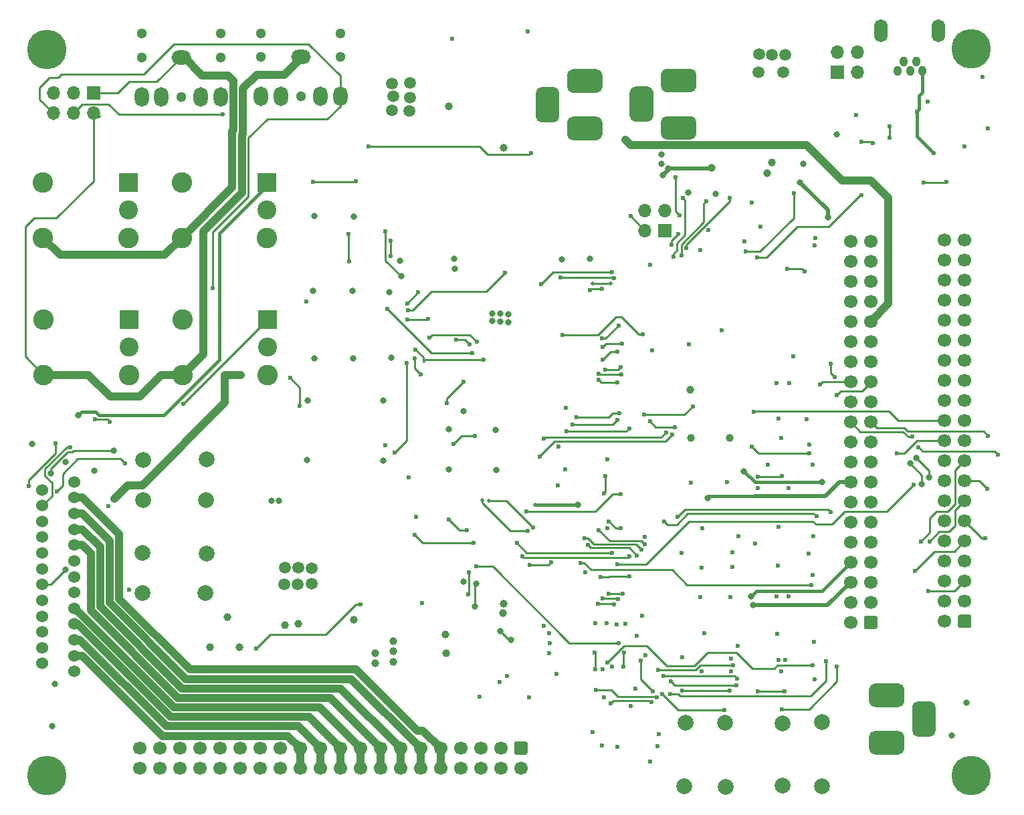
<source format=gbr>
G04 #@! TF.GenerationSoftware,KiCad,Pcbnew,5.1.7-a382d34a88~90~ubuntu20.04.1*
G04 #@! TF.CreationDate,2022-01-04T17:50:44-06:00*
G04 #@! TF.ProjectId,open-dash-daughterboard,6f70656e-2d64-4617-9368-2d6461756768,rev?*
G04 #@! TF.SameCoordinates,Original*
G04 #@! TF.FileFunction,Copper,L4,Bot*
G04 #@! TF.FilePolarity,Positive*
%FSLAX46Y46*%
G04 Gerber Fmt 4.6, Leading zero omitted, Abs format (unit mm)*
G04 Created by KiCad (PCBNEW 5.1.7-a382d34a88~90~ubuntu20.04.1) date 2022-01-04 17:50:44*
%MOMM*%
%LPD*%
G01*
G04 APERTURE LIST*
G04 #@! TA.AperFunction,ComponentPad*
%ADD10O,1.700000X1.700000*%
G04 #@! TD*
G04 #@! TA.AperFunction,ComponentPad*
%ADD11R,1.700000X1.700000*%
G04 #@! TD*
G04 #@! TA.AperFunction,ComponentPad*
%ADD12C,1.300000*%
G04 #@! TD*
G04 #@! TA.AperFunction,ComponentPad*
%ADD13O,2.500000X1.800000*%
G04 #@! TD*
G04 #@! TA.AperFunction,ComponentPad*
%ADD14O,1.800000X2.500000*%
G04 #@! TD*
G04 #@! TA.AperFunction,ComponentPad*
%ADD15O,1.000000X1.300000*%
G04 #@! TD*
G04 #@! TA.AperFunction,ComponentPad*
%ADD16O,1.700000X2.900000*%
G04 #@! TD*
G04 #@! TA.AperFunction,ComponentPad*
%ADD17C,2.400000*%
G04 #@! TD*
G04 #@! TA.AperFunction,ComponentPad*
%ADD18C,2.600000*%
G04 #@! TD*
G04 #@! TA.AperFunction,ComponentPad*
%ADD19R,2.400000X2.400000*%
G04 #@! TD*
G04 #@! TA.AperFunction,ComponentPad*
%ADD20C,1.524000*%
G04 #@! TD*
G04 #@! TA.AperFunction,ComponentPad*
%ADD21C,1.700000*%
G04 #@! TD*
G04 #@! TA.AperFunction,ComponentPad*
%ADD22C,5.000000*%
G04 #@! TD*
G04 #@! TA.AperFunction,ViaPad*
%ADD23C,2.000000*%
G04 #@! TD*
G04 #@! TA.AperFunction,ViaPad*
%ADD24C,1.000000*%
G04 #@! TD*
G04 #@! TA.AperFunction,ViaPad*
%ADD25C,0.800000*%
G04 #@! TD*
G04 #@! TA.AperFunction,ViaPad*
%ADD26C,0.600000*%
G04 #@! TD*
G04 #@! TA.AperFunction,ViaPad*
%ADD27C,1.500000*%
G04 #@! TD*
G04 #@! TA.AperFunction,ViaPad*
%ADD28C,0.500000*%
G04 #@! TD*
G04 #@! TA.AperFunction,Conductor*
%ADD29C,0.500000*%
G04 #@! TD*
G04 #@! TA.AperFunction,Conductor*
%ADD30C,0.250000*%
G04 #@! TD*
G04 #@! TA.AperFunction,Conductor*
%ADD31C,0.400000*%
G04 #@! TD*
G04 #@! TA.AperFunction,Conductor*
%ADD32C,1.000000*%
G04 #@! TD*
G04 APERTURE END LIST*
D10*
X194790000Y-45260000D03*
X194790000Y-47800000D03*
X192250000Y-45260000D03*
D11*
X192250000Y-47800000D03*
D12*
X129303800Y-42861300D03*
X119296200Y-42861300D03*
X119296200Y-45871200D03*
X129303800Y-45871200D03*
D13*
X124300000Y-45871200D03*
D12*
X124300000Y-50875000D03*
D14*
X129303800Y-50875000D03*
X119296200Y-50875000D03*
X121798100Y-50875000D03*
X126801900Y-50875000D03*
D10*
X92975000Y-52990000D03*
X92975000Y-50450000D03*
X95515000Y-52990000D03*
X95515000Y-50450000D03*
X98055000Y-52990000D03*
D11*
X98055000Y-50450000D03*
D15*
X199832400Y-47629600D03*
X203032800Y-47629600D03*
X202245400Y-46435800D03*
X200619800Y-46410400D03*
X201432600Y-47629600D03*
D16*
X197775000Y-42575000D03*
X205064800Y-42575000D03*
D12*
X114178800Y-42886300D03*
X104171200Y-42886300D03*
X104171200Y-45896200D03*
X114178800Y-45896200D03*
D13*
X109175000Y-45896200D03*
D12*
X109175000Y-50900000D03*
D14*
X114178800Y-50900000D03*
X104171200Y-50900000D03*
X106673100Y-50900000D03*
X111676900Y-50900000D03*
D17*
X102475001Y-65255001D03*
D18*
X102475001Y-68755001D03*
D19*
X102475001Y-61755001D03*
D18*
X91675001Y-68755001D03*
X91675001Y-61755001D03*
D20*
X91599500Y-116669600D03*
X91599500Y-114675700D03*
X91599500Y-106674700D03*
X91599500Y-120670100D03*
X91599500Y-110675200D03*
X91599500Y-118676200D03*
X91599500Y-108668600D03*
X91599500Y-112669100D03*
X91599500Y-100667600D03*
X91599500Y-122676700D03*
X91599500Y-102674200D03*
X91599500Y-104668100D03*
X95600000Y-105671400D03*
X95600000Y-103677500D03*
X95600000Y-99677000D03*
X95600000Y-101670900D03*
X95600000Y-107678000D03*
X95600000Y-113672400D03*
X95600000Y-111678500D03*
X95600000Y-109671900D03*
X95600000Y-115679000D03*
X95600000Y-117672900D03*
X95600000Y-119679500D03*
X95600000Y-121673400D03*
X95600000Y-123680000D03*
D17*
X102575001Y-82605001D03*
D18*
X102575001Y-86105001D03*
D19*
X102575001Y-79105001D03*
D18*
X91775001Y-86105001D03*
X91775001Y-79105001D03*
D21*
X205805000Y-69075000D03*
X205805000Y-71615000D03*
X205805000Y-74155000D03*
X205805000Y-76695000D03*
X205805000Y-79235000D03*
X205805000Y-81775000D03*
X205805000Y-84315000D03*
X205805000Y-86855000D03*
X205805000Y-89395000D03*
X205805000Y-91935000D03*
X205805000Y-94475000D03*
X205805000Y-97015000D03*
X205805000Y-99555000D03*
X205805000Y-102095000D03*
X205805000Y-104635000D03*
X205805000Y-107175000D03*
X205805000Y-109715000D03*
X205805000Y-112255000D03*
X205805000Y-114795000D03*
X205805000Y-117335000D03*
X208345000Y-69075000D03*
X208345000Y-71615000D03*
X208345000Y-74155000D03*
X208345000Y-76695000D03*
X208345000Y-79235000D03*
X208345000Y-81775000D03*
X208345000Y-84315000D03*
X208345000Y-86855000D03*
X208345000Y-89395000D03*
X208345000Y-91935000D03*
X208345000Y-94475000D03*
X208345000Y-97015000D03*
X208345000Y-99555000D03*
X208345000Y-102095000D03*
X208345000Y-104635000D03*
X208345000Y-107175000D03*
X208345000Y-109715000D03*
X208345000Y-112255000D03*
X208345000Y-114795000D03*
G04 #@! TA.AperFunction,ComponentPad*
G36*
G01*
X209195000Y-116735000D02*
X209195000Y-117935000D01*
G75*
G02*
X208945000Y-118185000I-250000J0D01*
G01*
X207745000Y-118185000D01*
G75*
G02*
X207495000Y-117935000I0J250000D01*
G01*
X207495000Y-116735000D01*
G75*
G02*
X207745000Y-116485000I250000J0D01*
G01*
X208945000Y-116485000D01*
G75*
G02*
X209195000Y-116735000I0J-250000D01*
G01*
G37*
G04 #@! TD.AperFunction*
X193900000Y-69205000D03*
X193900000Y-71745000D03*
X193900000Y-74285000D03*
X193900000Y-76825000D03*
X193900000Y-79365000D03*
X193900000Y-81905000D03*
X193900000Y-84445000D03*
X193900000Y-86985000D03*
X193900000Y-89525000D03*
X193900000Y-92065000D03*
X193900000Y-94605000D03*
X193900000Y-97145000D03*
X193900000Y-99685000D03*
X193900000Y-102225000D03*
X193900000Y-104765000D03*
X193900000Y-107305000D03*
X193900000Y-109845000D03*
X193900000Y-112385000D03*
X193900000Y-114925000D03*
X193900000Y-117465000D03*
X196440000Y-69205000D03*
X196440000Y-71745000D03*
X196440000Y-74285000D03*
X196440000Y-76825000D03*
X196440000Y-79365000D03*
X196440000Y-81905000D03*
X196440000Y-84445000D03*
X196440000Y-86985000D03*
X196440000Y-89525000D03*
X196440000Y-92065000D03*
X196440000Y-94605000D03*
X196440000Y-97145000D03*
X196440000Y-99685000D03*
X196440000Y-102225000D03*
X196440000Y-104765000D03*
X196440000Y-107305000D03*
X196440000Y-109845000D03*
X196440000Y-112385000D03*
X196440000Y-114925000D03*
G04 #@! TA.AperFunction,ComponentPad*
G36*
G01*
X197290000Y-116865000D02*
X197290000Y-118065000D01*
G75*
G02*
X197040000Y-118315000I-250000J0D01*
G01*
X195840000Y-118315000D01*
G75*
G02*
X195590000Y-118065000I0J250000D01*
G01*
X195590000Y-116865000D01*
G75*
G02*
X195840000Y-116615000I250000J0D01*
G01*
X197040000Y-116615000D01*
G75*
G02*
X197290000Y-116865000I0J-250000D01*
G01*
G37*
G04 #@! TD.AperFunction*
G04 #@! TA.AperFunction,ComponentPad*
G36*
G01*
X170640000Y-53340000D02*
X173640000Y-53340000D01*
G75*
G02*
X174390000Y-54090000I0J-750000D01*
G01*
X174390000Y-55590000D01*
G75*
G02*
X173640000Y-56340000I-750000J0D01*
G01*
X170640000Y-56340000D01*
G75*
G02*
X169890000Y-55590000I0J750000D01*
G01*
X169890000Y-54090000D01*
G75*
G02*
X170640000Y-53340000I750000J0D01*
G01*
G37*
G04 #@! TD.AperFunction*
G04 #@! TA.AperFunction,ComponentPad*
G36*
G01*
X170640000Y-47340000D02*
X173640000Y-47340000D01*
G75*
G02*
X174390000Y-48090000I0J-750000D01*
G01*
X174390000Y-49590000D01*
G75*
G02*
X173640000Y-50340000I-750000J0D01*
G01*
X170640000Y-50340000D01*
G75*
G02*
X169890000Y-49590000I0J750000D01*
G01*
X169890000Y-48090000D01*
G75*
G02*
X170640000Y-47340000I750000J0D01*
G01*
G37*
G04 #@! TD.AperFunction*
G04 #@! TA.AperFunction,ComponentPad*
G36*
G01*
X166690000Y-49590000D02*
X168190000Y-49590000D01*
G75*
G02*
X168940000Y-50340000I0J-750000D01*
G01*
X168940000Y-53340000D01*
G75*
G02*
X168190000Y-54090000I-750000J0D01*
G01*
X166690000Y-54090000D01*
G75*
G02*
X165940000Y-53340000I0J750000D01*
G01*
X165940000Y-50340000D01*
G75*
G02*
X166690000Y-49590000I750000J0D01*
G01*
G37*
G04 #@! TD.AperFunction*
X103900000Y-135920000D03*
X106440000Y-135920000D03*
X108980000Y-135920000D03*
X111520000Y-135920000D03*
X114060000Y-135920000D03*
X116600000Y-135920000D03*
X119140000Y-135920000D03*
X121680000Y-135920000D03*
X124220000Y-135920000D03*
X126760000Y-135920000D03*
X129300000Y-135920000D03*
X131840000Y-135920000D03*
X134380000Y-135920000D03*
X136920000Y-135920000D03*
X139460000Y-135920000D03*
X142000000Y-135920000D03*
X144540000Y-135920000D03*
X147080000Y-135920000D03*
X149620000Y-135920000D03*
X152160000Y-135920000D03*
X103900000Y-133380000D03*
X106440000Y-133380000D03*
X108980000Y-133380000D03*
X111520000Y-133380000D03*
X114060000Y-133380000D03*
X116600000Y-133380000D03*
X119140000Y-133380000D03*
X121680000Y-133380000D03*
X124220000Y-133380000D03*
X126760000Y-133380000D03*
X129300000Y-133380000D03*
X131840000Y-133380000D03*
X134380000Y-133380000D03*
X136920000Y-133380000D03*
X139460000Y-133380000D03*
X142000000Y-133380000D03*
X144540000Y-133380000D03*
X147080000Y-133380000D03*
X149620000Y-133380000D03*
G04 #@! TA.AperFunction,ComponentPad*
G36*
G01*
X151560000Y-132530000D02*
X152760000Y-132530000D01*
G75*
G02*
X153010000Y-132780000I0J-250000D01*
G01*
X153010000Y-133980000D01*
G75*
G02*
X152760000Y-134230000I-250000J0D01*
G01*
X151560000Y-134230000D01*
G75*
G02*
X151310000Y-133980000I0J250000D01*
G01*
X151310000Y-132780000D01*
G75*
G02*
X151560000Y-132530000I250000J0D01*
G01*
G37*
G04 #@! TD.AperFunction*
D22*
X209160000Y-44800000D03*
X209160000Y-136900000D03*
X92200000Y-44880000D03*
X92200000Y-136880000D03*
D18*
X109225001Y-61755001D03*
X109225001Y-68755001D03*
D19*
X120025001Y-61755001D03*
D18*
X120025001Y-68755001D03*
D17*
X120025001Y-65255001D03*
D10*
X167870000Y-65300000D03*
X170410000Y-65300000D03*
X167870000Y-67840000D03*
D11*
X170410000Y-67840000D03*
G04 #@! TA.AperFunction,ComponentPad*
G36*
G01*
X158750000Y-53410000D02*
X161750000Y-53410000D01*
G75*
G02*
X162500000Y-54160000I0J-750000D01*
G01*
X162500000Y-55660000D01*
G75*
G02*
X161750000Y-56410000I-750000J0D01*
G01*
X158750000Y-56410000D01*
G75*
G02*
X158000000Y-55660000I0J750000D01*
G01*
X158000000Y-54160000D01*
G75*
G02*
X158750000Y-53410000I750000J0D01*
G01*
G37*
G04 #@! TD.AperFunction*
G04 #@! TA.AperFunction,ComponentPad*
G36*
G01*
X158750000Y-47410000D02*
X161750000Y-47410000D01*
G75*
G02*
X162500000Y-48160000I0J-750000D01*
G01*
X162500000Y-49660000D01*
G75*
G02*
X161750000Y-50410000I-750000J0D01*
G01*
X158750000Y-50410000D01*
G75*
G02*
X158000000Y-49660000I0J750000D01*
G01*
X158000000Y-48160000D01*
G75*
G02*
X158750000Y-47410000I750000J0D01*
G01*
G37*
G04 #@! TD.AperFunction*
G04 #@! TA.AperFunction,ComponentPad*
G36*
G01*
X154800000Y-49660000D02*
X156300000Y-49660000D01*
G75*
G02*
X157050000Y-50410000I0J-750000D01*
G01*
X157050000Y-53410000D01*
G75*
G02*
X156300000Y-54160000I-750000J0D01*
G01*
X154800000Y-54160000D01*
G75*
G02*
X154050000Y-53410000I0J750000D01*
G01*
X154050000Y-50410000D01*
G75*
G02*
X154800000Y-49660000I750000J0D01*
G01*
G37*
G04 #@! TD.AperFunction*
G04 #@! TA.AperFunction,ComponentPad*
G36*
G01*
X199985000Y-128200000D02*
X196985000Y-128200000D01*
G75*
G02*
X196235000Y-127450000I0J750000D01*
G01*
X196235000Y-125950000D01*
G75*
G02*
X196985000Y-125200000I750000J0D01*
G01*
X199985000Y-125200000D01*
G75*
G02*
X200735000Y-125950000I0J-750000D01*
G01*
X200735000Y-127450000D01*
G75*
G02*
X199985000Y-128200000I-750000J0D01*
G01*
G37*
G04 #@! TD.AperFunction*
G04 #@! TA.AperFunction,ComponentPad*
G36*
G01*
X199985000Y-134200000D02*
X196985000Y-134200000D01*
G75*
G02*
X196235000Y-133450000I0J750000D01*
G01*
X196235000Y-131950000D01*
G75*
G02*
X196985000Y-131200000I750000J0D01*
G01*
X199985000Y-131200000D01*
G75*
G02*
X200735000Y-131950000I0J-750000D01*
G01*
X200735000Y-133450000D01*
G75*
G02*
X199985000Y-134200000I-750000J0D01*
G01*
G37*
G04 #@! TD.AperFunction*
G04 #@! TA.AperFunction,ComponentPad*
G36*
G01*
X203935000Y-131950000D02*
X202435000Y-131950000D01*
G75*
G02*
X201685000Y-131200000I0J750000D01*
G01*
X201685000Y-128200000D01*
G75*
G02*
X202435000Y-127450000I750000J0D01*
G01*
X203935000Y-127450000D01*
G75*
G02*
X204685000Y-128200000I0J-750000D01*
G01*
X204685000Y-131200000D01*
G75*
G02*
X203935000Y-131950000I-750000J0D01*
G01*
G37*
G04 #@! TD.AperFunction*
D18*
X109325001Y-79105001D03*
X109325001Y-86105001D03*
D19*
X120125001Y-79105001D03*
D18*
X120125001Y-86105001D03*
D17*
X120125001Y-82605001D03*
D23*
X178020000Y-130170000D03*
X173020000Y-130170000D03*
X190290000Y-130130000D03*
X104270000Y-108710000D03*
X104290000Y-113740000D03*
D24*
X115000000Y-116810000D03*
D25*
X121540000Y-102100000D03*
X120640000Y-102090000D03*
D23*
X104320000Y-96910000D03*
X104380000Y-102010000D03*
D24*
X143090000Y-52110000D03*
D25*
X206740000Y-131740000D03*
D24*
X122340000Y-117790000D03*
X150000000Y-57399990D03*
D26*
X184750000Y-122225000D03*
X185675000Y-122200000D03*
X172575000Y-121900000D03*
X178750000Y-122050000D03*
X174875000Y-114275000D03*
X178675000Y-114275000D03*
X172525000Y-108675000D03*
X178950000Y-108625000D03*
X181825000Y-107500000D03*
X188575000Y-108775000D03*
X185150000Y-94075000D03*
X184575000Y-87150000D03*
X186175000Y-87150000D03*
X188675000Y-94975000D03*
X173475000Y-82275000D03*
D25*
X169975000Y-58200000D03*
X169974194Y-59416508D03*
D26*
X186050000Y-100430009D03*
X182188881Y-100430009D03*
X184575000Y-114175010D03*
X186050000Y-114175010D03*
X173730377Y-99800010D03*
X178238479Y-99695419D03*
D23*
X185330906Y-130217943D03*
X172860000Y-138210000D03*
X178060000Y-138260000D03*
X185260000Y-138170000D03*
X190280000Y-138190000D03*
X112380000Y-108740000D03*
X112210000Y-113780000D03*
D24*
X142680000Y-121400000D03*
X142630000Y-118960000D03*
X149935596Y-116288283D03*
D26*
X149460000Y-125010000D03*
D25*
X125150000Y-89340000D03*
X134780000Y-89330000D03*
D23*
X112400000Y-96850000D03*
X112350000Y-102020000D03*
D27*
X182330000Y-45470000D03*
X183930000Y-45550000D03*
X185640000Y-45620000D03*
X182290000Y-47780000D03*
X185380000Y-47780000D03*
X135830000Y-49230000D03*
X135980000Y-50850000D03*
X135810000Y-52590000D03*
X138160000Y-49170000D03*
X138160000Y-50990000D03*
X138050000Y-52740000D03*
D25*
X143730000Y-71400000D03*
X136840000Y-71650000D03*
X130820000Y-75480000D03*
X125830000Y-75520000D03*
X125990000Y-66020000D03*
X130990000Y-66100000D03*
X126050000Y-84000000D03*
X130950000Y-84010000D03*
X93160000Y-125290000D03*
X92850000Y-130580000D03*
D27*
X123970000Y-110570000D03*
X125700000Y-110600000D03*
X122290000Y-110500000D03*
X122210000Y-112670000D03*
X123930000Y-112610000D03*
X125650000Y-112580000D03*
D26*
X139650000Y-115050000D03*
D25*
X149010000Y-93090000D03*
X149070000Y-98180000D03*
X143070000Y-98120000D03*
X143080000Y-93040000D03*
X144880000Y-90700000D03*
X160900000Y-71440000D03*
X157320000Y-71460000D03*
X208550000Y-127600000D03*
D26*
X150380000Y-124225010D03*
D25*
X98150000Y-98250000D03*
X94560000Y-97140000D03*
X90325010Y-94901398D03*
D24*
X130988371Y-117154436D03*
X112840000Y-120600000D03*
X116520000Y-120630000D03*
X124010000Y-117650000D03*
D26*
X102540000Y-113340000D03*
X194630000Y-53170000D03*
X157810000Y-98120000D03*
X143470000Y-43520000D03*
X153080000Y-42610000D03*
X156855010Y-100079352D03*
X157890000Y-90290000D03*
D25*
X149580000Y-78320000D03*
X149600000Y-79390000D03*
X150570000Y-78410000D03*
X150600000Y-79420000D03*
X148560000Y-78320000D03*
X148540000Y-79310000D03*
D24*
X133710000Y-122620000D03*
X133730000Y-121390000D03*
D26*
X164290000Y-117690000D03*
X169654968Y-131620000D03*
X166656709Y-125888482D03*
X156700000Y-123975000D03*
X125050000Y-76800000D03*
X174925000Y-70275000D03*
X167850000Y-106675000D03*
X189325000Y-124650000D03*
X175075000Y-110500000D03*
X178975000Y-110425000D03*
X179700000Y-106550000D03*
X175100000Y-105525000D03*
X189300000Y-119925000D03*
X184650000Y-118925000D03*
X184775000Y-91675000D03*
X188375000Y-91725000D03*
X186675000Y-83750000D03*
D24*
X173650000Y-87975000D03*
D25*
X144899990Y-112270000D03*
D26*
X138896994Y-104129519D03*
X155725000Y-118800000D03*
X155825000Y-120125000D03*
X155775000Y-121400000D03*
X208300000Y-57150000D03*
X211275000Y-54875000D03*
X210575000Y-48350000D03*
D25*
X173375000Y-63050000D03*
D26*
X203640327Y-51506428D03*
D25*
X192150000Y-55625000D03*
X187950000Y-59400000D03*
D26*
X189475000Y-68750000D03*
X189350000Y-69750000D03*
D24*
X183925000Y-59200000D03*
X183375000Y-60575000D03*
D26*
X163150000Y-96800000D03*
X181400000Y-64300000D03*
X182525000Y-67350000D03*
X175891949Y-67791949D03*
X180495551Y-69229449D03*
X161605000Y-117540000D03*
D25*
X176825010Y-63175000D03*
D26*
X189125000Y-97500000D03*
X183475000Y-97500000D03*
X189150000Y-106550000D03*
X184775000Y-105400000D03*
X184675000Y-110250000D03*
X189075000Y-111425000D03*
X179650000Y-120450000D03*
X175400000Y-118825000D03*
X177600000Y-80475021D03*
D24*
X173669912Y-94125010D03*
X178612065Y-94125010D03*
D26*
X162475590Y-133014990D03*
X163104449Y-105520551D03*
X178750000Y-123649990D03*
X175050000Y-123649990D03*
X160348247Y-111081914D03*
X185151884Y-123650010D03*
X162484990Y-123380000D03*
X124150000Y-90050000D03*
X122950000Y-86525000D03*
X132850000Y-57175000D03*
X153425000Y-58025000D03*
X166039845Y-66014845D03*
X202275000Y-52775000D03*
X195250000Y-56600000D03*
X196736802Y-56727136D03*
X204450000Y-58075000D03*
X186750000Y-63125000D03*
X180650000Y-70525000D03*
D24*
X150000000Y-115090000D03*
D26*
X146920000Y-126900000D03*
D25*
X134780000Y-96950000D03*
X125070000Y-96910000D03*
X135480000Y-75620000D03*
X135730000Y-83920000D03*
X143770000Y-72670000D03*
X137030000Y-73640000D03*
D26*
X157937191Y-93284052D03*
X135030000Y-67940000D03*
D24*
X136010000Y-122470000D03*
X135990000Y-119860000D03*
X136000000Y-121130000D03*
D26*
X166820883Y-119179729D03*
X161230000Y-131320000D03*
X164387949Y-133231450D03*
X167553637Y-116637195D03*
X168502334Y-135064990D03*
X169490000Y-133140000D03*
X165430000Y-117620000D03*
X163010011Y-117588614D03*
X118675000Y-120750000D03*
X131875000Y-115150000D03*
X168775000Y-82975000D03*
X166050021Y-128028479D03*
X137967521Y-99140000D03*
X162720000Y-126994991D03*
X153200000Y-126994991D03*
X155075000Y-117875000D03*
X175650000Y-64100000D03*
X172475000Y-71025000D03*
X168575000Y-72200000D03*
X156925021Y-95230000D03*
X165875000Y-92925000D03*
D25*
X170175000Y-60800000D03*
X170811658Y-59963022D03*
D24*
X176292869Y-59902287D03*
X165425000Y-56350000D03*
D25*
X191025000Y-66150000D03*
X187537340Y-61737340D03*
D26*
X95100000Y-95250000D03*
D25*
X94565021Y-110793138D03*
D26*
X192125000Y-88675000D03*
X167970215Y-121605886D03*
X169575000Y-123475000D03*
X179050000Y-122875000D03*
X203725000Y-113525000D03*
X171100000Y-126525000D03*
X190825000Y-122425000D03*
X202100000Y-110925000D03*
X210975010Y-106804502D03*
X163075000Y-122550000D03*
X189125000Y-122900000D03*
X203925000Y-107200000D03*
X211220189Y-100561765D03*
X167336631Y-122259471D03*
X168877211Y-126205785D03*
X177925000Y-128550000D03*
X185225000Y-128450000D03*
X202800000Y-107200000D03*
X170097011Y-126559786D03*
X192187748Y-123039757D03*
X201900000Y-100000000D03*
X164396630Y-110088061D03*
X191375000Y-103475000D03*
X164775000Y-105550000D03*
X163300000Y-104650000D03*
X171975000Y-104100010D03*
X138840000Y-82930000D03*
X147490000Y-84240000D03*
X162900000Y-85450000D03*
X164800000Y-85150000D03*
X182050000Y-71250000D03*
X195300000Y-63350000D03*
D25*
X202199979Y-96678239D03*
X203800160Y-99125160D03*
X201432316Y-97319112D03*
X202937660Y-99987660D03*
D26*
X189575000Y-104050000D03*
X170300000Y-104675000D03*
X159200000Y-91475000D03*
X164650000Y-90950000D03*
X167750000Y-91150000D03*
X173925000Y-90100000D03*
X190050000Y-87350000D03*
X161650000Y-126025000D03*
X169389457Y-126933130D03*
X163550000Y-127725000D03*
X168674954Y-127525010D03*
D25*
X149603074Y-118593262D03*
D26*
X161630000Y-123370000D03*
X161490000Y-121320000D03*
X165146565Y-123025010D03*
D28*
X161250000Y-74550000D03*
D25*
X150948544Y-119676776D03*
D26*
X162850000Y-98925000D03*
X162649718Y-101110967D03*
D28*
X163521812Y-74530110D03*
D26*
X165229449Y-121279449D03*
X203200000Y-61750000D03*
X206075000Y-61675000D03*
X160930000Y-75400000D03*
X162475000Y-75225000D03*
D25*
X175784999Y-101715001D03*
X181318177Y-114170020D03*
D26*
X211325000Y-93850000D03*
X201700000Y-93975000D03*
X202525000Y-95275000D03*
X212525000Y-96225000D03*
D25*
X181600000Y-115300000D03*
D26*
X143980000Y-81670000D03*
X145675000Y-82275000D03*
X157400000Y-81050000D03*
X167625000Y-80975000D03*
X191425000Y-84725000D03*
X191875000Y-86359990D03*
X137760000Y-77080000D03*
X139140000Y-75670000D03*
X157180000Y-73800000D03*
X178600000Y-63675000D03*
X173100010Y-70067227D03*
X163919925Y-73894482D03*
X137770000Y-79090000D03*
X140460000Y-79030000D03*
X137675010Y-84590000D03*
X136208051Y-95941949D03*
X144930000Y-86980000D03*
X142824979Y-89690000D03*
X154700000Y-74640000D03*
X172300000Y-65925000D03*
X171778302Y-61080597D03*
X171283925Y-69640011D03*
X172099981Y-68323565D03*
X163739972Y-73114972D03*
X130310000Y-68250000D03*
X130410000Y-71770000D03*
X135230000Y-77730000D03*
X146053529Y-83365010D03*
X162475000Y-81525000D03*
X164575000Y-79850000D03*
X171525000Y-71175000D03*
X172675000Y-63750000D03*
X93447326Y-100855043D03*
X102080000Y-97360000D03*
X140585010Y-81391599D03*
X146600576Y-81941677D03*
X98250000Y-91750000D03*
X100150000Y-92050000D03*
X137900000Y-77950000D03*
X150200000Y-73225000D03*
X161900000Y-115075000D03*
X163950000Y-115150000D03*
X170225000Y-124275000D03*
X179575000Y-124575000D03*
X185532149Y-126160501D03*
X182163370Y-126174990D03*
X162550000Y-114450000D03*
X164475000Y-114500000D03*
X179425000Y-125450000D03*
X171117429Y-124922120D03*
X163300000Y-113825000D03*
X165075000Y-113825000D03*
X178650000Y-126150000D03*
X172558594Y-126102818D03*
X162250000Y-111700000D03*
X165925000Y-111600000D03*
X152350000Y-109075000D03*
X165950000Y-109075000D03*
X153277548Y-110175871D03*
X155973383Y-109850010D03*
X188900000Y-112725000D03*
X159764526Y-109900010D03*
X167425000Y-108275000D03*
X160199994Y-106819990D03*
X162050000Y-105750000D03*
X167830362Y-107549269D03*
X166875000Y-109000000D03*
X160623512Y-107678204D03*
X152900000Y-103425000D03*
X164800000Y-101200000D03*
X182150000Y-99025000D03*
X185250000Y-98950000D03*
X164350000Y-91825000D03*
X168500000Y-92025000D03*
X171650000Y-92725000D03*
X158677713Y-92425020D03*
X151649990Y-107391879D03*
X163729309Y-108649990D03*
X162024990Y-86768051D03*
X164425032Y-87073156D03*
X162000000Y-85950000D03*
X164850000Y-86100000D03*
X164350000Y-83200000D03*
X162525000Y-84200000D03*
D25*
X146310000Y-115480000D03*
X146548076Y-112602929D03*
D26*
X164950010Y-82175000D03*
X162499968Y-82619669D03*
X171300000Y-93700000D03*
X181400000Y-95200000D03*
X188725000Y-96050000D03*
X199775000Y-96050000D03*
X154579217Y-96504424D03*
X143640000Y-94840000D03*
X146350000Y-93810000D03*
X181625000Y-90775000D03*
X170551191Y-93418390D03*
X155101120Y-94223493D03*
X125870000Y-61640000D03*
X131290000Y-61630000D03*
X135655010Y-71060000D03*
X135655010Y-69143380D03*
X138751524Y-83996714D03*
X139480000Y-86020010D03*
X134980000Y-95020000D03*
X143025000Y-104450000D03*
X145625000Y-111125000D03*
X145525000Y-113925000D03*
X145315103Y-105818796D03*
X163735010Y-123030000D03*
X138750000Y-106375000D03*
X146150000Y-107375000D03*
X146525000Y-110375000D03*
X164550000Y-120075000D03*
D25*
X96175000Y-91225000D03*
D26*
X93250000Y-94775000D03*
X89875000Y-100175000D03*
X109450000Y-89775000D03*
D25*
X100667510Y-95704043D03*
X92665010Y-98588823D03*
D26*
X185925000Y-72675000D03*
X188075000Y-73025000D03*
D28*
X147300000Y-101975000D03*
D26*
X153034715Y-105900817D03*
D28*
X148100000Y-102075000D03*
D26*
X153683121Y-105432213D03*
X113125000Y-75125000D03*
X114400000Y-53100000D03*
D28*
X153950201Y-102550201D03*
D25*
X190300000Y-99725000D03*
X159425000Y-102549990D03*
X180400160Y-98299990D03*
D26*
X114719999Y-86105001D03*
X115680001Y-86105001D03*
X116755001Y-86105001D03*
X99950000Y-102700000D03*
X100675000Y-101775000D03*
X198850000Y-54674989D03*
X198850000Y-56075000D03*
D29*
X123930000Y-112610000D02*
X123940000Y-112600000D01*
D30*
X124150000Y-87725000D02*
X122950000Y-86525000D01*
X124150000Y-90050000D02*
X124150000Y-87725000D01*
X132850000Y-57175000D02*
X146950000Y-57175000D01*
X146950000Y-57175000D02*
X148000000Y-58225000D01*
X153225000Y-58225000D02*
X153425000Y-58025000D01*
X148000000Y-58225000D02*
X153225000Y-58225000D01*
X167870000Y-67840000D02*
X166044845Y-66014845D01*
X166044845Y-66014845D02*
X166039845Y-66014845D01*
D31*
X203032800Y-47629600D02*
X203032800Y-50342200D01*
X203032800Y-50342200D02*
X202600000Y-50775000D01*
X202600000Y-52450000D02*
X202275000Y-52775000D01*
X202600000Y-50775000D02*
X202600000Y-52450000D01*
D30*
X195250000Y-56600000D02*
X196609666Y-56600000D01*
X196609666Y-56600000D02*
X196736802Y-56727136D01*
D31*
X202275000Y-55900000D02*
X202275000Y-52775000D01*
X204450000Y-58075000D02*
X202275000Y-55900000D01*
D30*
X186750000Y-63125000D02*
X186750000Y-66225000D01*
X182450000Y-70525000D02*
X180650000Y-70525000D01*
X186750000Y-66225000D02*
X182450000Y-70525000D01*
X135030000Y-71640000D02*
X137030000Y-73640000D01*
X135030000Y-67940000D02*
X135030000Y-71640000D01*
X118675000Y-120750000D02*
X120425000Y-119000000D01*
X120425000Y-119000000D02*
X127450000Y-119000000D01*
X131300000Y-115150000D02*
X131875000Y-115150000D01*
X127450000Y-119000000D02*
X131300000Y-115150000D01*
X175650000Y-64100000D02*
X175325000Y-64425000D01*
X175325000Y-64425000D02*
X175325000Y-66775000D01*
X172475000Y-69625000D02*
X172475000Y-71025000D01*
X175325000Y-66775000D02*
X172475000Y-69625000D01*
X165515948Y-93284052D02*
X165875000Y-92925000D01*
X157937191Y-93284052D02*
X165515948Y-93284052D01*
D29*
X170811658Y-60163342D02*
X170811658Y-59963022D01*
X170175000Y-60800000D02*
X170811658Y-60163342D01*
X170811658Y-59963022D02*
X176032277Y-59963022D01*
X176232134Y-59963022D02*
X176292869Y-59902287D01*
X176032277Y-59963022D02*
X176232134Y-59963022D01*
D32*
X198700000Y-77105000D02*
X196440000Y-79365000D01*
X198700000Y-63725000D02*
X198700000Y-77105000D01*
X196500000Y-61525000D02*
X198700000Y-63725000D01*
X192825000Y-61525000D02*
X196500000Y-61525000D01*
X188340010Y-57040010D02*
X192825000Y-61525000D01*
X166115010Y-57040010D02*
X188340010Y-57040010D01*
X165425000Y-56350000D02*
X166115010Y-57040010D01*
D29*
X191025000Y-65225000D02*
X187537340Y-61737340D01*
X191025000Y-66150000D02*
X191025000Y-65225000D01*
D30*
X91940000Y-98021411D02*
X94711411Y-95250000D01*
X91599500Y-102674200D02*
X92812977Y-101460723D01*
X92812977Y-101460723D02*
X92812977Y-99802977D01*
X92812977Y-99802977D02*
X91940000Y-98930000D01*
X91940000Y-98930000D02*
X91940000Y-98021411D01*
X94711411Y-95250000D02*
X95100000Y-95250000D01*
X92689059Y-112669100D02*
X94565021Y-110793138D01*
X91599500Y-112669100D02*
X92689059Y-112669100D01*
X192639999Y-88160001D02*
X195339999Y-88160001D01*
X192125000Y-88675000D02*
X192639999Y-88160001D01*
X196440000Y-87060000D02*
X196440000Y-86985000D01*
X195339999Y-88160001D02*
X196440000Y-87060000D01*
X207075000Y-113525000D02*
X208345000Y-112255000D01*
X203725000Y-113525000D02*
X207075000Y-113525000D01*
X169575000Y-123475000D02*
X174311410Y-123475000D01*
X174311410Y-123475000D02*
X174911410Y-122875000D01*
X174911410Y-122875000D02*
X178625736Y-122875000D01*
X178625736Y-122875000D02*
X179050000Y-122875000D01*
X172096877Y-126525000D02*
X172371877Y-126800000D01*
X171100000Y-126525000D02*
X172096877Y-126525000D01*
X172371877Y-126800000D02*
X188850000Y-126800000D01*
X190825000Y-124825000D02*
X190825000Y-122425000D01*
X188850000Y-126800000D02*
X190825000Y-124825000D01*
X202100000Y-110925000D02*
X204550000Y-108475000D01*
X207045000Y-108475000D02*
X208345000Y-107175000D01*
X204550000Y-108475000D02*
X207045000Y-108475000D01*
X210514502Y-106804502D02*
X210975010Y-106804502D01*
X208345000Y-104635000D02*
X210514502Y-106804502D01*
X163075000Y-122550000D02*
X165200000Y-120425000D01*
X165200000Y-120425000D02*
X168075000Y-120425000D01*
X168075000Y-120425000D02*
X170650000Y-123000000D01*
X170650000Y-123000000D02*
X174150000Y-123000000D01*
X174150000Y-123000000D02*
X175850000Y-121300000D01*
X175850000Y-121300000D02*
X179475000Y-121300000D01*
X179475000Y-121300000D02*
X181450000Y-123275000D01*
X181450000Y-123275000D02*
X184250000Y-123275000D01*
X184625000Y-122900000D02*
X189125000Y-122900000D01*
X184250000Y-123275000D02*
X184625000Y-122900000D01*
X205125001Y-105999999D02*
X206375001Y-105999999D01*
X203925000Y-107200000D02*
X205125001Y-105999999D01*
X207169999Y-103270001D02*
X208345000Y-102095000D01*
X207169999Y-105205001D02*
X207169999Y-103270001D01*
X206375001Y-105999999D02*
X207169999Y-105205001D01*
X208345000Y-99555000D02*
X210213424Y-99555000D01*
X210213424Y-99555000D02*
X211220189Y-100561765D01*
X167336631Y-124665205D02*
X168877211Y-126205785D01*
X167336631Y-122259471D02*
X167336631Y-124665205D01*
X202800000Y-107200000D02*
X203950000Y-106050000D01*
X203950000Y-106050000D02*
X203950000Y-104250000D01*
X207169999Y-98190001D02*
X208345000Y-97015000D01*
X207169999Y-102469003D02*
X207169999Y-98190001D01*
X206179003Y-103459999D02*
X207169999Y-102469003D01*
X204740001Y-103459999D02*
X206179003Y-103459999D01*
X203950000Y-104250000D02*
X204740001Y-103459999D01*
X172087225Y-128550000D02*
X170097011Y-126559786D01*
X177925000Y-128550000D02*
X172087225Y-128550000D01*
X188675000Y-128450000D02*
X192187748Y-124937252D01*
X185225000Y-128450000D02*
X188675000Y-128450000D01*
X192187748Y-124937252D02*
X192187748Y-123039757D01*
X173450000Y-104675000D02*
X168036939Y-110088061D01*
X168036939Y-110088061D02*
X164396630Y-110088061D01*
X193199999Y-103400001D02*
X191550000Y-105050000D01*
X201900000Y-100000000D02*
X198499999Y-103400001D01*
X189500000Y-105050000D02*
X189125000Y-104675000D01*
X198499999Y-103400001D02*
X193199999Y-103400001D01*
X191550000Y-105050000D02*
X189500000Y-105050000D01*
X189125000Y-104675000D02*
X173450000Y-104675000D01*
X164200000Y-105550000D02*
X163300000Y-104650000D01*
X164775000Y-105550000D02*
X164200000Y-105550000D01*
X191375000Y-103475000D02*
X191075001Y-103175001D01*
X191075001Y-103175001D02*
X172900009Y-103175001D01*
X172900009Y-103175001D02*
X172274999Y-103800011D01*
X172274999Y-103800011D02*
X171975000Y-104100010D01*
X138840000Y-82930000D02*
X139810000Y-83900000D01*
X139810000Y-83900000D02*
X139810000Y-84470000D01*
X140040000Y-84240000D02*
X147490000Y-84240000D01*
X139810000Y-84470000D02*
X140040000Y-84240000D01*
X164500000Y-85450000D02*
X164800000Y-85150000D01*
X162900000Y-85450000D02*
X164500000Y-85450000D01*
X182050000Y-71250000D02*
X183000000Y-71250000D01*
X183000000Y-71250000D02*
X183275000Y-71250000D01*
X183275000Y-71250000D02*
X187175000Y-67350000D01*
X187175000Y-67350000D02*
X191150000Y-67350000D01*
X195150000Y-63350000D02*
X195300000Y-63350000D01*
X191150000Y-67350000D02*
X195150000Y-63350000D01*
X202199979Y-96678239D02*
X203800160Y-98278420D01*
X203800160Y-98278420D02*
X203800160Y-99125160D01*
X202937660Y-98824456D02*
X202937660Y-99987660D01*
X201432316Y-97319112D02*
X202937660Y-98824456D01*
X189575000Y-104050000D02*
X189200000Y-103675000D01*
X189200000Y-103675000D02*
X173300000Y-103675000D01*
X171900000Y-105075000D02*
X171800000Y-105075000D01*
X173300000Y-103675000D02*
X171900000Y-105075000D01*
X170700000Y-105075000D02*
X170300000Y-104675000D01*
X171900000Y-105075000D02*
X170700000Y-105075000D01*
X159200000Y-91475000D02*
X163250000Y-91475000D01*
X163775000Y-90950000D02*
X164650000Y-90950000D01*
X163250000Y-91475000D02*
X163775000Y-90950000D01*
X167750000Y-91150000D02*
X169200000Y-91150000D01*
X172875000Y-91150000D02*
X173925000Y-90100000D01*
X169200000Y-91150000D02*
X172875000Y-91150000D01*
X190050000Y-87350000D02*
X190415000Y-86985000D01*
X190415000Y-86985000D02*
X193900000Y-86985000D01*
X163625000Y-126025000D02*
X164500000Y-126900000D01*
X169356327Y-126900000D02*
X169389457Y-126933130D01*
X161650000Y-126025000D02*
X163625000Y-126025000D01*
X164500000Y-126900000D02*
X169356327Y-126900000D01*
X163892479Y-127382521D02*
X168532465Y-127382521D01*
X168532465Y-127382521D02*
X168674954Y-127525010D01*
X163550000Y-127725000D02*
X163892479Y-127382521D01*
X161630000Y-121460000D02*
X161490000Y-121320000D01*
X161630000Y-123370000D02*
X161630000Y-121460000D01*
X150686588Y-119676776D02*
X150948544Y-119676776D01*
X149603074Y-118593262D02*
X150686588Y-119676776D01*
X162850000Y-100910685D02*
X162649718Y-101110967D01*
X162850000Y-98925000D02*
X162850000Y-100910685D01*
X163501922Y-74550000D02*
X163521812Y-74530110D01*
X161250000Y-74550000D02*
X163501922Y-74550000D01*
X165146565Y-121362333D02*
X165229449Y-121279449D01*
X165146565Y-123025010D02*
X165146565Y-121362333D01*
X206000000Y-61750000D02*
X206075000Y-61675000D01*
X203200000Y-61750000D02*
X206000000Y-61750000D01*
X161105000Y-75225000D02*
X160930000Y-75400000D01*
X162475000Y-75225000D02*
X161105000Y-75225000D01*
D29*
X181725000Y-101475000D02*
X190675000Y-101475000D01*
X192465000Y-99685000D02*
X193900000Y-99685000D01*
X190675000Y-101475000D02*
X192465000Y-99685000D01*
D31*
X176025000Y-101475000D02*
X175784999Y-101715001D01*
X181725000Y-101475000D02*
X176025000Y-101475000D01*
X182013197Y-113475000D02*
X181318177Y-114170020D01*
X193900000Y-109845000D02*
X190270000Y-113475000D01*
X190270000Y-113475000D02*
X182013197Y-113475000D01*
D30*
X210750000Y-93275000D02*
X201136410Y-93275000D01*
X211325000Y-93850000D02*
X210750000Y-93275000D01*
X201136410Y-93275000D02*
X200736400Y-92874989D01*
X200736400Y-92874989D02*
X197249989Y-92874989D01*
X197249989Y-92874989D02*
X196440000Y-92065000D01*
X193900000Y-92065000D02*
X195160000Y-93325000D01*
X195160000Y-93325000D02*
X200550000Y-93325000D01*
X201200000Y-93975000D02*
X201700000Y-93975000D01*
X200550000Y-93325000D02*
X201200000Y-93975000D01*
X203089999Y-95839999D02*
X212139999Y-95839999D01*
X202525000Y-95275000D02*
X203089999Y-95839999D01*
X212139999Y-95839999D02*
X212525000Y-96225000D01*
D29*
X181600000Y-115300000D02*
X190985000Y-115300000D01*
X190985000Y-115300000D02*
X193900000Y-112385000D01*
D30*
X143980000Y-81670000D02*
X145045000Y-81670000D01*
X145650000Y-82275000D02*
X145675000Y-82275000D01*
X145045000Y-81670000D02*
X145650000Y-82275000D01*
X157400000Y-81050000D02*
X161900000Y-81050000D01*
X161900000Y-81050000D02*
X164175000Y-78775000D01*
X164175000Y-78775000D02*
X164925000Y-78775000D01*
X167125000Y-80975000D02*
X167625000Y-80975000D01*
X164925000Y-78775000D02*
X167125000Y-80975000D01*
X191425000Y-85909990D02*
X191875000Y-86359990D01*
X191425000Y-84725000D02*
X191425000Y-85909990D01*
X137760000Y-77050000D02*
X139140000Y-75670000D01*
X137760000Y-77080000D02*
X137760000Y-77050000D01*
X173100010Y-69642963D02*
X173100010Y-70067227D01*
X178600000Y-64142973D02*
X173100010Y-69642963D01*
X178600000Y-63675000D02*
X178600000Y-64142973D01*
X157180000Y-73800000D02*
X163825443Y-73800000D01*
X163825443Y-73800000D02*
X163919925Y-73894482D01*
D32*
X129300000Y-133380000D02*
X129300000Y-135920000D01*
X125349982Y-129429982D02*
X129300000Y-133380000D01*
X95600000Y-117672900D02*
X96037547Y-117672900D01*
X96037547Y-117672900D02*
X107794629Y-129429982D01*
X107794629Y-129429982D02*
X125349982Y-129429982D01*
X136920000Y-133380000D02*
X136920000Y-135920000D01*
X98919978Y-107913748D02*
X98919978Y-115464120D01*
X129369949Y-125829949D02*
X136920000Y-133380000D01*
X96677630Y-105671400D02*
X98919978Y-107913748D01*
X109285807Y-125829949D02*
X129369949Y-125829949D01*
X95600000Y-105671400D02*
X96677630Y-105671400D01*
X98919978Y-115464120D02*
X109285807Y-125829949D01*
X124220000Y-133380000D02*
X124220000Y-135920000D01*
X106800505Y-131829999D02*
X122669999Y-131829999D01*
X95600000Y-121673400D02*
X96643906Y-121673400D01*
X122669999Y-131829999D02*
X124220000Y-133380000D01*
X96643906Y-121673400D02*
X106800505Y-131829999D01*
X96677630Y-101670900D02*
X101320000Y-106313270D01*
X95600000Y-101670900D02*
X96677630Y-101670900D01*
X101320000Y-106313270D02*
X101320000Y-114470001D01*
X110279921Y-123429922D02*
X131319922Y-123429922D01*
X101320000Y-114470001D02*
X110279921Y-123429922D01*
X131319922Y-123429922D02*
X139050000Y-131160000D01*
X139780000Y-131160000D02*
X142000000Y-133380000D01*
X139050000Y-131160000D02*
X139780000Y-131160000D01*
X142000000Y-133380000D02*
X142000000Y-135920000D01*
X95600000Y-103677500D02*
X96677630Y-103677500D01*
X96677630Y-103677500D02*
X100119989Y-107119859D01*
X100119989Y-107119859D02*
X100119989Y-114967060D01*
X109782867Y-124629938D02*
X130709938Y-124629938D01*
X130709938Y-124629938D02*
X139460000Y-133380000D01*
X100119989Y-114967060D02*
X109782867Y-124629938D01*
X139460000Y-133380000D02*
X139460000Y-135920000D01*
X126760000Y-133380000D02*
X126760000Y-135920000D01*
X96347077Y-119679500D02*
X107297570Y-130629993D01*
X107297570Y-130629993D02*
X124009993Y-130629993D01*
X124009993Y-130629993D02*
X126760000Y-133380000D01*
X95600000Y-119679500D02*
X96347077Y-119679500D01*
X95600000Y-107678000D02*
X96677630Y-107678000D01*
X128029960Y-127029960D02*
X134380000Y-133380000D01*
X97719967Y-115961180D02*
X108788747Y-127029960D01*
X97719967Y-108720337D02*
X97719967Y-115961180D01*
X96677630Y-107678000D02*
X97719967Y-108720337D01*
X108788747Y-127029960D02*
X128029960Y-127029960D01*
X134380000Y-133380000D02*
X134380000Y-135920000D01*
X131840000Y-133380000D02*
X131840000Y-135920000D01*
X95740717Y-115679000D02*
X108291688Y-128229971D01*
X95600000Y-115679000D02*
X95740717Y-115679000D01*
X108291688Y-128229971D02*
X126689971Y-128229971D01*
X126689971Y-128229971D02*
X131840000Y-133380000D01*
D30*
X140400000Y-79090000D02*
X140460000Y-79030000D01*
X137770000Y-79090000D02*
X140400000Y-79090000D01*
X137675010Y-84590000D02*
X137675010Y-94474990D01*
X137675010Y-94474990D02*
X136208051Y-95941949D01*
X142824979Y-89085021D02*
X142824979Y-89690000D01*
X144930000Y-86980000D02*
X142824979Y-89085021D01*
X172300000Y-65925000D02*
X171778302Y-65403302D01*
X171778302Y-65403302D02*
X171778302Y-61080597D01*
X171283925Y-69640011D02*
X171283925Y-69139621D01*
X171283925Y-69139621D02*
X172099981Y-68323565D01*
X156225028Y-73114972D02*
X163739972Y-73114972D01*
X154700000Y-74640000D02*
X156225028Y-73114972D01*
X130310000Y-71670000D02*
X130410000Y-71770000D01*
X130310000Y-68250000D02*
X130310000Y-71670000D01*
X140865010Y-83365010D02*
X146053529Y-83365010D01*
X135230000Y-77730000D02*
X140865010Y-83365010D01*
X162900000Y-81525000D02*
X164575000Y-79850000D01*
X162475000Y-81525000D02*
X162900000Y-81525000D01*
X172974999Y-64049999D02*
X172675000Y-63750000D01*
X172974999Y-68361393D02*
X172974999Y-64049999D01*
X171908927Y-69427465D02*
X172974999Y-68361393D01*
X171525000Y-70750736D02*
X171908927Y-70366809D01*
X171525000Y-71175000D02*
X171525000Y-70750736D01*
X171908927Y-70366809D02*
X171908927Y-69427465D01*
X93447326Y-100855043D02*
X94160000Y-100142369D01*
X94160000Y-100142369D02*
X94160000Y-98640000D01*
X94160000Y-98640000D02*
X96080000Y-96720000D01*
X101440000Y-96720000D02*
X102080000Y-97360000D01*
X96080000Y-96720000D02*
X101440000Y-96720000D01*
X140946609Y-81030000D02*
X145688899Y-81030000D01*
X140585010Y-81391599D02*
X140946609Y-81030000D01*
X145688899Y-81030000D02*
X146600576Y-81941677D01*
X99850000Y-91750000D02*
X100150000Y-92050000D01*
X98250000Y-91750000D02*
X99850000Y-91750000D01*
X137900000Y-77950000D02*
X138500000Y-77950000D01*
X138500000Y-77950000D02*
X140850000Y-75600000D01*
X147825000Y-75600000D02*
X150200000Y-73225000D01*
X140850000Y-75600000D02*
X147825000Y-75600000D01*
X163875000Y-115075000D02*
X163950000Y-115150000D01*
X161900000Y-115075000D02*
X163875000Y-115075000D01*
X179275000Y-124275000D02*
X179575000Y-124575000D01*
X170225000Y-124275000D02*
X179275000Y-124275000D01*
X182177859Y-126160501D02*
X182163370Y-126174990D01*
X185532149Y-126160501D02*
X182177859Y-126160501D01*
X164425000Y-114450000D02*
X164475000Y-114500000D01*
X162550000Y-114450000D02*
X164425000Y-114450000D01*
X171645309Y-125450000D02*
X171117429Y-124922120D01*
X179425000Y-125450000D02*
X171645309Y-125450000D01*
X163300000Y-113825000D02*
X165075000Y-113825000D01*
X178650000Y-126150000D02*
X172605776Y-126150000D01*
X172605776Y-126150000D02*
X172558594Y-126102818D01*
X162250000Y-111700000D02*
X163275000Y-111700000D01*
X163375000Y-111600000D02*
X165925000Y-111600000D01*
X163275000Y-111700000D02*
X163375000Y-111600000D01*
X152350000Y-109075000D02*
X152500000Y-109225000D01*
X152500000Y-109225000D02*
X159350000Y-109225000D01*
X159350000Y-109225000D02*
X162575000Y-109225000D01*
X162575000Y-109225000D02*
X163100000Y-109225000D01*
X163100000Y-109225000D02*
X163150000Y-109275000D01*
X165750000Y-109275000D02*
X165950000Y-109075000D01*
X163150000Y-109275000D02*
X165750000Y-109275000D01*
X155647522Y-110175871D02*
X155973383Y-109850010D01*
X153277548Y-110175871D02*
X155647522Y-110175871D01*
X171300000Y-110800000D02*
X161088780Y-110800000D01*
X173225000Y-112725000D02*
X171300000Y-110800000D01*
X161088780Y-110800000D02*
X160188790Y-109900010D01*
X188900000Y-112725000D02*
X173225000Y-112725000D01*
X160188790Y-109900010D02*
X159764526Y-109900010D01*
X166724978Y-107574978D02*
X161445288Y-107574978D01*
X167425000Y-108275000D02*
X166724978Y-107574978D01*
X161445288Y-107574978D02*
X160690300Y-106819990D01*
X160690300Y-106819990D02*
X160199994Y-106819990D01*
X162050000Y-105750000D02*
X163424967Y-107124967D01*
X163424967Y-107124967D02*
X167406060Y-107124967D01*
X167406060Y-107124967D02*
X167830362Y-107549269D01*
X160970297Y-108024989D02*
X160623512Y-107678204D01*
X165899989Y-108024989D02*
X160970297Y-108024989D01*
X166875000Y-109000000D02*
X165899989Y-108024989D01*
X152900000Y-103425000D02*
X161550000Y-103425000D01*
X163775000Y-101200000D02*
X164800000Y-101200000D01*
X161550000Y-103425000D02*
X163775000Y-101200000D01*
X185175000Y-99025000D02*
X185250000Y-98950000D01*
X182150000Y-99025000D02*
X185175000Y-99025000D01*
X169200000Y-92725000D02*
X171650000Y-92725000D01*
X168500000Y-92025000D02*
X169200000Y-92725000D01*
X163749980Y-92425020D02*
X158677713Y-92425020D01*
X164350000Y-91825000D02*
X163749980Y-92425020D01*
X152908101Y-108649990D02*
X163729309Y-108649990D01*
X151649990Y-107391879D02*
X152908101Y-108649990D01*
X162024990Y-86768051D02*
X162330095Y-87073156D01*
X162330095Y-87073156D02*
X164425032Y-87073156D01*
X162000000Y-85950000D02*
X162125000Y-86075000D01*
X164825000Y-86075000D02*
X164850000Y-86100000D01*
X162125000Y-86075000D02*
X164825000Y-86075000D01*
X163525000Y-83200000D02*
X162525000Y-84200000D01*
X164350000Y-83200000D02*
X163525000Y-83200000D01*
X146310000Y-112841005D02*
X146548076Y-112602929D01*
X146310000Y-115480000D02*
X146310000Y-112841005D01*
X162499968Y-82619669D02*
X162944637Y-82175000D01*
X162944637Y-82175000D02*
X164950010Y-82175000D01*
X182250000Y-96050000D02*
X188725000Y-96050000D01*
X181400000Y-95200000D02*
X182250000Y-96050000D01*
X154579217Y-96387621D02*
X154579217Y-96504424D01*
X156466838Y-94500000D02*
X154579217Y-96387621D01*
X170500000Y-94500000D02*
X156466838Y-94500000D01*
X171300000Y-93700000D02*
X170500000Y-94500000D01*
X200724998Y-96050000D02*
X202299998Y-94475000D01*
X199775000Y-96050000D02*
X200724998Y-96050000D01*
X202299998Y-94475000D02*
X205805000Y-94475000D01*
X144670000Y-93810000D02*
X146350000Y-93810000D01*
X143640000Y-94840000D02*
X144670000Y-93810000D01*
X205805000Y-91935000D02*
X199960000Y-91935000D01*
X199960000Y-91935000D02*
X198725001Y-90700001D01*
X181699999Y-90700001D02*
X181625000Y-90775000D01*
X198725001Y-90700001D02*
X181699999Y-90700001D01*
X170551191Y-93418390D02*
X169919592Y-94049989D01*
X155274624Y-94049989D02*
X155101120Y-94223493D01*
X169919592Y-94049989D02*
X155274624Y-94049989D01*
X131280000Y-61640000D02*
X131290000Y-61630000D01*
X125870000Y-61640000D02*
X131280000Y-61640000D01*
X135655010Y-69143380D02*
X135655010Y-71060000D01*
X138751524Y-83996714D02*
X138751524Y-85291534D01*
X138751524Y-85291534D02*
X139480000Y-86020010D01*
X134980000Y-95030000D02*
X134980000Y-95020000D01*
X145625000Y-113825000D02*
X145525000Y-113925000D01*
X145625000Y-111125000D02*
X145625000Y-113825000D01*
X144393796Y-105818796D02*
X145315103Y-105818796D01*
X143025000Y-104450000D02*
X144393796Y-105818796D01*
X146525000Y-110375000D02*
X148600000Y-110375000D01*
X158300000Y-120075000D02*
X164550000Y-120075000D01*
X148600000Y-110375000D02*
X158300000Y-120075000D01*
X139750000Y-107375000D02*
X146150000Y-107375000D01*
X138750000Y-106375000D02*
X139750000Y-107375000D01*
X93250000Y-94775000D02*
X93250000Y-96075000D01*
X89875000Y-99450000D02*
X89875000Y-100175000D01*
X93250000Y-96075000D02*
X89875000Y-99450000D01*
D31*
X120025001Y-62149999D02*
X114000000Y-68175000D01*
X114000000Y-68175000D02*
X114000000Y-84188998D01*
X120025001Y-61755001D02*
X120025001Y-62149999D01*
X114000000Y-84188998D02*
X106963998Y-91225000D01*
X106963998Y-91225000D02*
X98761002Y-91225000D01*
X98761002Y-91225000D02*
X98361003Y-90825001D01*
X98361003Y-90825001D02*
X96574999Y-90825001D01*
X96574999Y-90825001D02*
X96175000Y-91225000D01*
D30*
X120119999Y-79105001D02*
X120125001Y-79105001D01*
X109450000Y-89775000D02*
X120119999Y-79105001D01*
D32*
X109225001Y-68755001D02*
X107060002Y-70920000D01*
X93840000Y-70920000D02*
X91675001Y-68755001D01*
X107060002Y-70920000D02*
X93840000Y-70920000D01*
D30*
X98055000Y-50450000D02*
X101100000Y-50450000D01*
X101100000Y-50450000D02*
X102550000Y-49000000D01*
X106071200Y-49000000D02*
X109175000Y-45896200D01*
X102550000Y-49000000D02*
X106071200Y-49000000D01*
D32*
X115799978Y-55111210D02*
X115649978Y-55261210D01*
X115649978Y-62330024D02*
X109225001Y-68755001D01*
X115649978Y-55261210D02*
X115649978Y-62330024D01*
X115799978Y-48935287D02*
X115799978Y-55111210D01*
X115074691Y-48210000D02*
X115799978Y-48935287D01*
X111833800Y-48210000D02*
X115074691Y-48210000D01*
X109400000Y-45776200D02*
X111833800Y-48210000D01*
X91775001Y-86105001D02*
X97455001Y-86105001D01*
X97455001Y-86105001D02*
X100190000Y-88840000D01*
X100190000Y-88840000D02*
X103910000Y-88840000D01*
X106644999Y-86105001D02*
X109325001Y-86105001D01*
X103910000Y-88840000D02*
X106644999Y-86105001D01*
D29*
X98735998Y-53380000D02*
X98120000Y-53380000D01*
D30*
X98055000Y-52990000D02*
X98055000Y-61570000D01*
X98055000Y-61570000D02*
X93375000Y-66250000D01*
X93375000Y-66250000D02*
X90575000Y-66250000D01*
X90575000Y-66250000D02*
X89450000Y-67375000D01*
X89450000Y-83780000D02*
X91775001Y-86105001D01*
X89450000Y-67375000D02*
X89450000Y-83780000D01*
D32*
X124600000Y-45776200D02*
X122246200Y-48130000D01*
X118710000Y-48130000D02*
X116999989Y-49840011D01*
X122246200Y-48130000D02*
X118710000Y-48130000D01*
X111950000Y-83480002D02*
X109325001Y-86105001D01*
X116999989Y-49840011D02*
X116999989Y-55608270D01*
X116849989Y-63070011D02*
X111950000Y-67970000D01*
X116999989Y-55608270D02*
X116849989Y-55758270D01*
X116849989Y-55758270D02*
X116849989Y-63070011D01*
X111950000Y-67970000D02*
X111950000Y-83480002D01*
D30*
X92665010Y-97982271D02*
X92665010Y-98588823D01*
X95400002Y-95875002D02*
X94772279Y-95875002D01*
X100667510Y-95704043D02*
X95570961Y-95704043D01*
X95570961Y-95704043D02*
X95400002Y-95875002D01*
X94772279Y-95875002D02*
X92665010Y-97982271D01*
X187725000Y-72675000D02*
X188075000Y-73025000D01*
X185925000Y-72675000D02*
X187725000Y-72675000D01*
X147300000Y-101975000D02*
X147300000Y-102328553D01*
X150872264Y-105900817D02*
X153034715Y-105900817D01*
X147300000Y-102328553D02*
X150872264Y-105900817D01*
X148100000Y-102075000D02*
X150325908Y-102075000D01*
X150325908Y-102075000D02*
X153683121Y-105432213D01*
D29*
X93040000Y-53380000D02*
X93040000Y-53620000D01*
D30*
X129303800Y-48253800D02*
X129303800Y-50875000D01*
X108250000Y-44250000D02*
X125300000Y-44250000D01*
X104425000Y-48075000D02*
X108250000Y-44250000D01*
X93600000Y-48475000D02*
X94000000Y-48075000D01*
X92475000Y-48475000D02*
X93600000Y-48475000D01*
X91225000Y-49725000D02*
X92475000Y-48475000D01*
X125300000Y-44250000D02*
X129303800Y-48253800D01*
X94000000Y-48075000D02*
X104425000Y-48075000D01*
X91225000Y-51240000D02*
X91225000Y-49725000D01*
X92975000Y-52990000D02*
X91225000Y-51240000D01*
X129303800Y-50875000D02*
X129303800Y-52071200D01*
X129303800Y-52071200D02*
X127675000Y-53700000D01*
X127675000Y-53700000D02*
X120075000Y-53700000D01*
X120075000Y-53700000D02*
X117675000Y-56100000D01*
X117675000Y-56100000D02*
X117675000Y-63500000D01*
X113125000Y-68050000D02*
X113125000Y-75125000D01*
X117675000Y-63500000D02*
X113125000Y-68050000D01*
X96690001Y-51814999D02*
X99939999Y-51814999D01*
X95515000Y-52990000D02*
X96690001Y-51814999D01*
X99939999Y-51814999D02*
X101275000Y-53150000D01*
X114350000Y-53150000D02*
X114400000Y-53100000D01*
X101275000Y-53150000D02*
X114350000Y-53150000D01*
D31*
X159424789Y-102550201D02*
X159425000Y-102549990D01*
X153950201Y-102550201D02*
X159424789Y-102550201D01*
X190300000Y-99725000D02*
X181825170Y-99725000D01*
X181825170Y-99725000D02*
X180400160Y-98299990D01*
D32*
X114719999Y-86105001D02*
X115680001Y-86105001D01*
X115680001Y-86105001D02*
X116755001Y-86105001D01*
X114719999Y-89655001D02*
X114719999Y-86105001D01*
X104300000Y-100075000D02*
X114719999Y-89655001D01*
X100675000Y-101775000D02*
X102375000Y-100075000D01*
X102375000Y-100075000D02*
X104300000Y-100075000D01*
D30*
X198825000Y-56100000D02*
X198850000Y-56075000D01*
X198850000Y-56075000D02*
X198850000Y-54674989D01*
M02*

</source>
